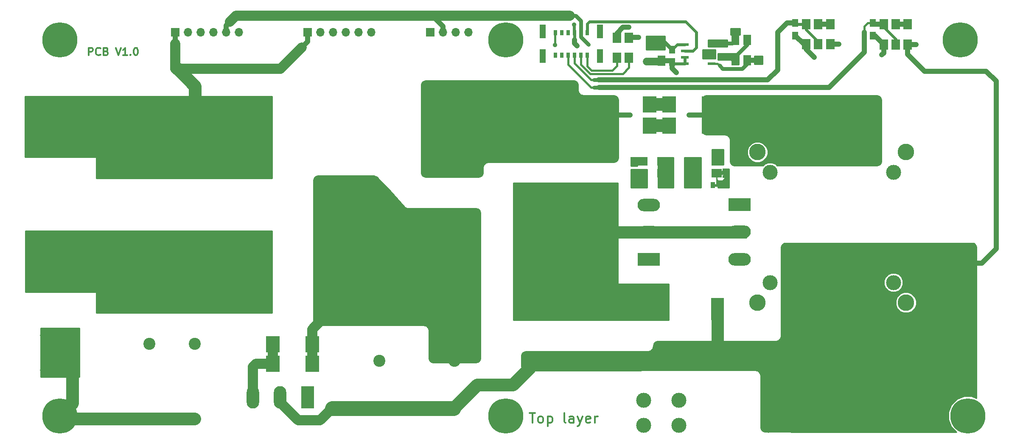
<source format=gtl>
G04 #@! TF.FileFunction,Copper,L1,Top,Mixed*
%FSLAX46Y46*%
G04 Gerber Fmt 4.6, Leading zero omitted, Abs format (unit mm)*
G04 Created by KiCad (PCBNEW 4.0.7) date 06/29/18 00:02:58*
%MOMM*%
%LPD*%
G01*
G04 APERTURE LIST*
%ADD10C,0.100000*%
%ADD11C,0.300000*%
%ADD12R,2.700000X3.200000*%
%ADD13R,2.000000X1.700000*%
%ADD14R,4.500000X2.500000*%
%ADD15O,4.500000X2.500000*%
%ADD16C,6.000000*%
%ADD17C,2.450000*%
%ADD18C,3.300000*%
%ADD19C,3.000000*%
%ADD20R,1.700000X2.000000*%
%ADD21R,1.600000X2.000000*%
%ADD22R,1.250000X1.500000*%
%ADD23C,7.000000*%
%ADD24R,1.550000X0.600000*%
%ADD25R,2.500000X4.500000*%
%ADD26O,2.500000X4.500000*%
%ADD27C,10.000000*%
%ADD28R,0.900000X1.200000*%
%ADD29R,0.800000X1.100000*%
%ADD30R,1.200000X2.700000*%
%ADD31C,2.400000*%
%ADD32R,1.700000X1.700000*%
%ADD33O,1.700000X1.700000*%
%ADD34R,1.300000X1.500000*%
%ADD35C,0.600000*%
%ADD36C,0.900000*%
%ADD37C,6.000000*%
%ADD38C,0.250000*%
%ADD39C,1.000000*%
%ADD40C,1.500000*%
%ADD41C,0.600000*%
%ADD42C,0.800000*%
%ADD43C,3.000000*%
%ADD44C,2.500000*%
%ADD45C,2.530000*%
%ADD46C,2.000000*%
%ADD47C,0.400000*%
%ADD48C,0.254000*%
G04 APERTURE END LIST*
D10*
D11*
X203690475Y-152004762D02*
X204833332Y-152004762D01*
X204261904Y-154004762D02*
X204261904Y-152004762D01*
X205785714Y-154004762D02*
X205595238Y-153909524D01*
X205499999Y-153814286D01*
X205404761Y-153623810D01*
X205404761Y-153052381D01*
X205499999Y-152861905D01*
X205595238Y-152766667D01*
X205785714Y-152671429D01*
X206071428Y-152671429D01*
X206261904Y-152766667D01*
X206357142Y-152861905D01*
X206452380Y-153052381D01*
X206452380Y-153623810D01*
X206357142Y-153814286D01*
X206261904Y-153909524D01*
X206071428Y-154004762D01*
X205785714Y-154004762D01*
X207309523Y-152671429D02*
X207309523Y-154671429D01*
X207309523Y-152766667D02*
X207500000Y-152671429D01*
X207880952Y-152671429D01*
X208071428Y-152766667D01*
X208166666Y-152861905D01*
X208261904Y-153052381D01*
X208261904Y-153623810D01*
X208166666Y-153814286D01*
X208071428Y-153909524D01*
X207880952Y-154004762D01*
X207500000Y-154004762D01*
X207309523Y-153909524D01*
X210928572Y-154004762D02*
X210738096Y-153909524D01*
X210642857Y-153719048D01*
X210642857Y-152004762D01*
X212547619Y-154004762D02*
X212547619Y-152957143D01*
X212452381Y-152766667D01*
X212261905Y-152671429D01*
X211880953Y-152671429D01*
X211690476Y-152766667D01*
X212547619Y-153909524D02*
X212357143Y-154004762D01*
X211880953Y-154004762D01*
X211690476Y-153909524D01*
X211595238Y-153719048D01*
X211595238Y-153528571D01*
X211690476Y-153338095D01*
X211880953Y-153242857D01*
X212357143Y-153242857D01*
X212547619Y-153147619D01*
X213309524Y-152671429D02*
X213785715Y-154004762D01*
X214261905Y-152671429D02*
X213785715Y-154004762D01*
X213595239Y-154480952D01*
X213500000Y-154576190D01*
X213309524Y-154671429D01*
X215785715Y-153909524D02*
X215595239Y-154004762D01*
X215214287Y-154004762D01*
X215023810Y-153909524D01*
X214928572Y-153719048D01*
X214928572Y-152957143D01*
X215023810Y-152766667D01*
X215214287Y-152671429D01*
X215595239Y-152671429D01*
X215785715Y-152766667D01*
X215880953Y-152957143D01*
X215880953Y-153147619D01*
X214928572Y-153338095D01*
X216738096Y-154004762D02*
X216738096Y-152671429D01*
X216738096Y-153052381D02*
X216833335Y-152861905D01*
X216928573Y-152766667D01*
X217119049Y-152671429D01*
X217309525Y-152671429D01*
X115707144Y-80678571D02*
X115707144Y-79178571D01*
X116278572Y-79178571D01*
X116421430Y-79250000D01*
X116492858Y-79321429D01*
X116564287Y-79464286D01*
X116564287Y-79678571D01*
X116492858Y-79821429D01*
X116421430Y-79892857D01*
X116278572Y-79964286D01*
X115707144Y-79964286D01*
X118064287Y-80535714D02*
X117992858Y-80607143D01*
X117778572Y-80678571D01*
X117635715Y-80678571D01*
X117421430Y-80607143D01*
X117278572Y-80464286D01*
X117207144Y-80321429D01*
X117135715Y-80035714D01*
X117135715Y-79821429D01*
X117207144Y-79535714D01*
X117278572Y-79392857D01*
X117421430Y-79250000D01*
X117635715Y-79178571D01*
X117778572Y-79178571D01*
X117992858Y-79250000D01*
X118064287Y-79321429D01*
X119207144Y-79892857D02*
X119421430Y-79964286D01*
X119492858Y-80035714D01*
X119564287Y-80178571D01*
X119564287Y-80392857D01*
X119492858Y-80535714D01*
X119421430Y-80607143D01*
X119278572Y-80678571D01*
X118707144Y-80678571D01*
X118707144Y-79178571D01*
X119207144Y-79178571D01*
X119350001Y-79250000D01*
X119421430Y-79321429D01*
X119492858Y-79464286D01*
X119492858Y-79607143D01*
X119421430Y-79750000D01*
X119350001Y-79821429D01*
X119207144Y-79892857D01*
X118707144Y-79892857D01*
X121135715Y-79178571D02*
X121635715Y-80678571D01*
X122135715Y-79178571D01*
X123421429Y-80678571D02*
X122564286Y-80678571D01*
X122992858Y-80678571D02*
X122992858Y-79178571D01*
X122850001Y-79392857D01*
X122707143Y-79535714D01*
X122564286Y-79607143D01*
X124064286Y-80535714D02*
X124135714Y-80607143D01*
X124064286Y-80678571D01*
X123992857Y-80607143D01*
X124064286Y-80535714D01*
X124064286Y-80678571D01*
X125064286Y-79178571D02*
X125207143Y-79178571D01*
X125350000Y-79250000D01*
X125421429Y-79321429D01*
X125492858Y-79464286D01*
X125564286Y-79750000D01*
X125564286Y-80107143D01*
X125492858Y-80392857D01*
X125421429Y-80535714D01*
X125350000Y-80607143D01*
X125207143Y-80678571D01*
X125064286Y-80678571D01*
X124921429Y-80607143D01*
X124850000Y-80535714D01*
X124778572Y-80392857D01*
X124707143Y-80107143D01*
X124707143Y-79750000D01*
X124778572Y-79464286D01*
X124850000Y-79321429D01*
X124921429Y-79250000D01*
X125064286Y-79178571D01*
D12*
X152442141Y-138300000D03*
X160342141Y-138300000D03*
D13*
X241000000Y-104200000D03*
X237000000Y-104200000D03*
X237000002Y-101800000D03*
X241000002Y-101800000D03*
D14*
X245600000Y-110450000D03*
D15*
X245600000Y-115900000D03*
X245600000Y-121350000D03*
D13*
X226200000Y-104200000D03*
X230200000Y-104200000D03*
D16*
X203600000Y-123000000D03*
X203600000Y-116000000D03*
X203600000Y-109000000D03*
X163600000Y-109000000D03*
X163600000Y-116000000D03*
X163600000Y-123000000D03*
D17*
X256380000Y-101500000D03*
X260190000Y-101500000D03*
X264000000Y-101500000D03*
X267810000Y-101500000D03*
X271620000Y-101500000D03*
X271620000Y-98500000D03*
X267810000Y-98500000D03*
X264000000Y-98500000D03*
X260190000Y-98500000D03*
X256380000Y-98500000D03*
D18*
X249180000Y-100000000D03*
X278820000Y-100000000D03*
D19*
X251680000Y-104000000D03*
X276320000Y-104000000D03*
D20*
X276767012Y-74507025D03*
X276767012Y-78507025D03*
X274367011Y-74507026D03*
X274367011Y-78507026D03*
D21*
X247170000Y-81630000D03*
X247170000Y-77630000D03*
D20*
X279167012Y-78507026D03*
X279167012Y-74507026D03*
X263707900Y-78490434D03*
X263707900Y-74490434D03*
X258907901Y-74490432D03*
X258907901Y-78490432D03*
D22*
X256707901Y-74240433D03*
X256707901Y-76740433D03*
X272167011Y-74257026D03*
X272167011Y-76757026D03*
D20*
X261307902Y-74490434D03*
X261307902Y-78490434D03*
D23*
X199000000Y-77600000D03*
X110000000Y-77600000D03*
X289600000Y-77600000D03*
X199000000Y-152600000D03*
X291172000Y-152600000D03*
X110000000Y-152600000D03*
D14*
X227500000Y-121400000D03*
D15*
X227500000Y-115950000D03*
X227500000Y-110500000D03*
D12*
X227705354Y-90476204D03*
X219805354Y-90476204D03*
X227705354Y-94726204D03*
X219805354Y-94726204D03*
X239455355Y-90476204D03*
X231555355Y-90476204D03*
X239455355Y-94726204D03*
X231555355Y-94726204D03*
D13*
X230200000Y-101799999D03*
X226200000Y-101799999D03*
D22*
X232166000Y-82024000D03*
X232166000Y-79524000D03*
D21*
X230000000Y-81750000D03*
X230000000Y-77750000D03*
D24*
X234666000Y-78504000D03*
X234666000Y-79774000D03*
X234666000Y-81044000D03*
X234666000Y-82314000D03*
X240066000Y-82314000D03*
X240066000Y-81044000D03*
X240066000Y-79774000D03*
X240066000Y-78504000D03*
D12*
X152442140Y-142200000D03*
X160342140Y-142200000D03*
D25*
X159400000Y-148900000D03*
D26*
X153950000Y-148900000D03*
X148500000Y-148900000D03*
D27*
X188600000Y-99000000D03*
X188600000Y-126200000D03*
X147400000Y-126200000D03*
X147400000Y-99000000D03*
D19*
X110000000Y-118300000D03*
X110000000Y-125300000D03*
X115000000Y-118300000D03*
X105000000Y-118300000D03*
X115000000Y-125300000D03*
X105000000Y-125300000D03*
X110000000Y-91500000D03*
X110000000Y-98500000D03*
X115000000Y-91500000D03*
X105000000Y-91500000D03*
X115000000Y-98500000D03*
X105000000Y-98500000D03*
D17*
X271620000Y-128500000D03*
X267810000Y-128500000D03*
X264000000Y-128500000D03*
X260190000Y-128500000D03*
X256380000Y-128500000D03*
X256380000Y-131500000D03*
X260190000Y-131500000D03*
X264000000Y-131500000D03*
X267810000Y-131500000D03*
X271620000Y-131500000D03*
D18*
X278820000Y-130000000D03*
X249180000Y-130000000D03*
D19*
X276320000Y-126000000D03*
X251680000Y-126000000D03*
X251400000Y-149500000D03*
X251400000Y-154500000D03*
X258400000Y-149500000D03*
X258400000Y-154500000D03*
X226500000Y-149500000D03*
X226500000Y-154500000D03*
X233500000Y-149500000D03*
X233500000Y-154500000D03*
D28*
X236950000Y-106600000D03*
X240250000Y-106600000D03*
X230150000Y-106600000D03*
X226850000Y-106600000D03*
D20*
X223552595Y-81203582D03*
X223552595Y-77203582D03*
X221152594Y-81203582D03*
X221152594Y-77203582D03*
D29*
X215228100Y-76150000D03*
X213958100Y-76150000D03*
X212688100Y-76150000D03*
X211418100Y-76150000D03*
X210148100Y-76150000D03*
X208878100Y-76150000D03*
X208878100Y-80650000D03*
X210148100Y-80650000D03*
X211418100Y-80650000D03*
X212688100Y-80650000D03*
X213958100Y-80650000D03*
X215228100Y-80650000D03*
D30*
X206368100Y-80850000D03*
X206368100Y-75950000D03*
X217731900Y-75950000D03*
X217731900Y-80850000D03*
D31*
X188700000Y-141600000D03*
X173700000Y-141600000D03*
D32*
X159420000Y-76100000D03*
D33*
X161960000Y-76100000D03*
X164500000Y-76100000D03*
X167040000Y-76100000D03*
X169580000Y-76100000D03*
X172120000Y-76100000D03*
D32*
X183860000Y-76100000D03*
D33*
X186400000Y-76100000D03*
X188940000Y-76100000D03*
X191480000Y-76100000D03*
D32*
X133000000Y-76100000D03*
D33*
X135540000Y-76100000D03*
X138080000Y-76100000D03*
X140620000Y-76100000D03*
X143160000Y-76100000D03*
X145700000Y-76100000D03*
D21*
X244790000Y-77630000D03*
X244790000Y-81630000D03*
D34*
X242640000Y-78270000D03*
X242640000Y-80970000D03*
D19*
X112500000Y-136500000D03*
X107500000Y-136500000D03*
X112500000Y-143500000D03*
X107500000Y-143500000D03*
D31*
X127800000Y-153200000D03*
X127800000Y-138200000D03*
X136900000Y-138200000D03*
X136900000Y-153200000D03*
D25*
X241200000Y-131300000D03*
D26*
X230300000Y-131300000D03*
D35*
X242500000Y-104200000D03*
X242500000Y-103500000D03*
X243200000Y-104200000D03*
X243200000Y-103500000D03*
X243200000Y-104900000D03*
X242500000Y-104900000D03*
X224100000Y-105100000D03*
X224800000Y-105100000D03*
X224100000Y-103700000D03*
X224100000Y-104400000D03*
X224800000Y-104400000D03*
X224800000Y-103700000D03*
X241600000Y-81300000D03*
X241600000Y-80680000D03*
D36*
X233000000Y-84100000D03*
X227100000Y-81900000D03*
X213200000Y-78800000D03*
X212600000Y-74600000D03*
D35*
X260500000Y-81100000D03*
X235500000Y-92600000D03*
X274000000Y-80600000D03*
X223500000Y-75100000D03*
X223800000Y-92600000D03*
X225500000Y-77100000D03*
X280850000Y-78500000D03*
X265390434Y-78490434D03*
X249948879Y-81905730D03*
X250000000Y-81000000D03*
X249310000Y-82300000D03*
X249300000Y-81000000D03*
X228000000Y-78350000D03*
X228000000Y-79100000D03*
X227300000Y-79100000D03*
X227300000Y-78350000D03*
X215500000Y-78550000D03*
X214900000Y-77950000D03*
D36*
X208800000Y-78600000D03*
D35*
X234800000Y-103400000D03*
X234800000Y-104100000D03*
X234800000Y-104800000D03*
X235500000Y-104800000D03*
X235500000Y-104100000D03*
X235500000Y-103400000D03*
X232200000Y-104100000D03*
X231600000Y-104100000D03*
X231600000Y-103500000D03*
X232200000Y-103500000D03*
X241900000Y-99600000D03*
X241200000Y-99600000D03*
X240500000Y-99600000D03*
X240500000Y-100300000D03*
X241200000Y-100300000D03*
X241900000Y-100300000D03*
X224100000Y-101200000D03*
X224100000Y-101900000D03*
X224100000Y-102600000D03*
X224800000Y-102600000D03*
X224800000Y-101900000D03*
X224800000Y-101200000D03*
X238400000Y-81200000D03*
X238400000Y-80500000D03*
X238400000Y-79800000D03*
X245500000Y-75600000D03*
X244000000Y-75600000D03*
X244800000Y-75600000D03*
D37*
X250880000Y-92600000D02*
X244450000Y-92600000D01*
X250880000Y-92600000D02*
X251000000Y-92600000D01*
D38*
X242500000Y-103500000D02*
X242500000Y-104200000D01*
X242500000Y-103500000D02*
X243200000Y-103500000D01*
X241800000Y-104200000D02*
X242500000Y-103500000D01*
X243200000Y-103500000D02*
X243200000Y-104200000D01*
X243200000Y-104200000D02*
X243200000Y-104900000D01*
X243200000Y-104900000D02*
X242500000Y-104900000D01*
X242500000Y-104900000D02*
X242500000Y-104200000D01*
X241000000Y-106550000D02*
X240950000Y-106600000D01*
X240950000Y-106600000D02*
X240250000Y-106600000D01*
X241000000Y-104200000D02*
X241000000Y-106550000D01*
X241000000Y-104200000D02*
X241800000Y-104200000D01*
X224100000Y-103700000D02*
X224800000Y-103700000D01*
X224100000Y-104400000D02*
X224100000Y-103700000D01*
X224100000Y-105100000D02*
X224100000Y-104400000D01*
X224800000Y-105100000D02*
X224100000Y-105100000D01*
X224800000Y-105100000D02*
X224800000Y-104400000D01*
X224800000Y-103700000D02*
X224800000Y-104400000D01*
X226200000Y-104200000D02*
X225300000Y-104200000D01*
X225300000Y-104200000D02*
X224800000Y-103700000D01*
X226200000Y-104200000D02*
X226200000Y-105950000D01*
X226200000Y-105950000D02*
X226850000Y-106600000D01*
X241600000Y-80680000D02*
X241600000Y-81300000D01*
X242640000Y-80970000D02*
X241870000Y-80970000D01*
X241870000Y-80970000D02*
X241600000Y-80700000D01*
D39*
X230000000Y-81750000D02*
X231892000Y-81750000D01*
X231892000Y-81750000D02*
X232166000Y-82024000D01*
D40*
X227100000Y-81900000D02*
X229850000Y-81900000D01*
X229850000Y-81900000D02*
X230000000Y-81750000D01*
D39*
X212688100Y-77600000D02*
X212688100Y-78288100D01*
X212688100Y-78288100D02*
X213200000Y-78800000D01*
D41*
X212688100Y-76150000D02*
X212688100Y-77600000D01*
X212688100Y-78100000D02*
X212688100Y-78288100D01*
D39*
X212688100Y-77600000D02*
X212688100Y-78100000D01*
X232166000Y-82024000D02*
X232166000Y-83266000D01*
X232166000Y-83266000D02*
X233000000Y-84100000D01*
D41*
X212600000Y-74600000D02*
X212600000Y-76061900D01*
X212600000Y-76061900D02*
X212688100Y-76150000D01*
X234666000Y-81044000D02*
X234666000Y-82314000D01*
X234666000Y-82314000D02*
X232456000Y-82314000D01*
X232456000Y-82314000D02*
X232166000Y-82024000D01*
D39*
X258907901Y-79507901D02*
X260500000Y-81100000D01*
X258907901Y-78490432D02*
X258907901Y-79507901D01*
D42*
X242640000Y-80970000D02*
X244130000Y-80970000D01*
X244130000Y-80970000D02*
X244790000Y-81630000D01*
X247170000Y-77630000D02*
X247170000Y-78569998D01*
X247170000Y-78569998D02*
X244790000Y-80949998D01*
X244790000Y-80949998D02*
X244790000Y-81630000D01*
D39*
X239455355Y-92600000D02*
X235500000Y-92600000D01*
X223500000Y-75100000D02*
X222366175Y-75100000D01*
X222366175Y-75100000D02*
X221152594Y-76313581D01*
X221152594Y-76313581D02*
X221152594Y-77203582D01*
X272167011Y-76757026D02*
X272617011Y-76757026D01*
X272617011Y-76757026D02*
X274367011Y-78507026D01*
X258907901Y-78490432D02*
X258457900Y-78490432D01*
X258457900Y-78490432D02*
X256707901Y-76740433D01*
X274367011Y-78507026D02*
X274367011Y-80232989D01*
X274367011Y-80232989D02*
X274000000Y-80600000D01*
D43*
X244450000Y-92600000D02*
X239455355Y-92600000D01*
D39*
X239455355Y-92600000D02*
X239455355Y-94726204D01*
X239455355Y-90476204D02*
X239455355Y-92600000D01*
D44*
X231555355Y-90476204D02*
X227705354Y-90476204D01*
X231555355Y-94726204D02*
X227705354Y-94726204D01*
D39*
X279167012Y-74507026D02*
X276767013Y-74507026D01*
X276767013Y-74507026D02*
X276767012Y-74507025D01*
D38*
X263707900Y-74490434D02*
X263707900Y-74340434D01*
D39*
X263707900Y-74490434D02*
X261307902Y-74490434D01*
D38*
X217502726Y-91178832D02*
X217484104Y-91178832D01*
X215800000Y-94400000D02*
X215800000Y-92800000D01*
X217484104Y-91178832D02*
X217484104Y-92715896D01*
X217484104Y-92715896D02*
X217400000Y-92800000D01*
D43*
X188600000Y-99000000D02*
X189000000Y-99400000D01*
X189000000Y-99400000D02*
X189400000Y-99000000D01*
D39*
X219805354Y-92600000D02*
X223800000Y-92600000D01*
D37*
X210296002Y-99000000D02*
X214396002Y-94900000D01*
X207800000Y-99000000D02*
X209900000Y-99000000D01*
X188600000Y-99000000D02*
X207800000Y-99000000D01*
D43*
X216696002Y-92600000D02*
X214396002Y-94900000D01*
X219805354Y-92600000D02*
X216696002Y-92600000D01*
X219805354Y-92600000D02*
X219805354Y-94726204D01*
X219805354Y-90476204D02*
X219805354Y-92600000D01*
D39*
X225500000Y-77100000D02*
X223656177Y-77100000D01*
X223656177Y-77100000D02*
X223552595Y-77203582D01*
D43*
X188600000Y-99000000D02*
X188600000Y-97200000D01*
X188600000Y-99000000D02*
X190400000Y-99000000D01*
D44*
X193300000Y-146400000D02*
X200421484Y-146400000D01*
X200421484Y-146400000D02*
X203800000Y-143021484D01*
X203800000Y-143021484D02*
X203800000Y-141300000D01*
D45*
X188600000Y-151100000D02*
X193300000Y-146400000D01*
D46*
X188561230Y-151100000D02*
X188600000Y-151100000D01*
D43*
X164300002Y-151100000D02*
X188561230Y-151100000D01*
X188561230Y-151100000D02*
X188567241Y-151106011D01*
D39*
X252500000Y-149500000D02*
X252500000Y-154500000D01*
X241200000Y-131300000D02*
X241200000Y-138200000D01*
X241200000Y-138200000D02*
X243300000Y-140300000D01*
X243300000Y-140300000D02*
X253800000Y-140300000D01*
X253800000Y-140300000D02*
X256380000Y-137720000D01*
X256380000Y-137720000D02*
X256380000Y-131500000D01*
X279167012Y-78507026D02*
X280842974Y-78507026D01*
X280842974Y-78507026D02*
X280850000Y-78500000D01*
D46*
X153950000Y-149900000D02*
X157550000Y-153500000D01*
X157550000Y-153500000D02*
X161900002Y-153500000D01*
X161900002Y-153500000D02*
X164300002Y-151100000D01*
X153950000Y-148900000D02*
X153950000Y-149900000D01*
D39*
X279167012Y-80507026D02*
X279167012Y-78507026D01*
X263707900Y-78490434D02*
X265390434Y-78490434D01*
X279167012Y-80507026D02*
X282509986Y-83850000D01*
X282509986Y-83850000D02*
X294800000Y-83850000D01*
X294800000Y-83850000D02*
X296800000Y-85850000D01*
X294000000Y-122100000D02*
X290500000Y-122100000D01*
X296800000Y-85850000D02*
X296800000Y-119300000D01*
X296800000Y-119300000D02*
X294000000Y-122100000D01*
X290500000Y-122100000D02*
X290500000Y-129100000D01*
X285500000Y-129100000D02*
X290500000Y-129100000D01*
X271740000Y-124100000D02*
X271740000Y-121859998D01*
X271740000Y-121859998D02*
X274999999Y-118599999D01*
X274999999Y-118599999D02*
X283999999Y-118599999D01*
X283999999Y-118599999D02*
X283999999Y-120599999D01*
X283999999Y-120599999D02*
X285500000Y-122100000D01*
X285500000Y-122100000D02*
X290500000Y-122100000D01*
D41*
X263707900Y-78340434D02*
X263707900Y-78490434D01*
X279167012Y-78507026D02*
X279167012Y-78357026D01*
D39*
X256500000Y-127100000D02*
X254767589Y-127100000D01*
X260310000Y-127100000D02*
X256500000Y-127100000D01*
X264120000Y-127100000D02*
X260310000Y-127100000D01*
X267930000Y-127100000D02*
X264120000Y-127100000D01*
X271740000Y-127100000D02*
X267930000Y-127100000D01*
X271740000Y-124100000D02*
X271740000Y-127100000D01*
X267930000Y-124100000D02*
X271740000Y-124100000D01*
X264120000Y-124100000D02*
X267930000Y-124100000D01*
X260310000Y-124100000D02*
X264120000Y-124100000D01*
X256500000Y-124100000D02*
X260310000Y-124100000D01*
X227500000Y-115950000D02*
X245500000Y-115950000D01*
X245500000Y-115950000D02*
X245600000Y-116050000D01*
X218400000Y-131300000D02*
X210100000Y-123000000D01*
X210100000Y-123000000D02*
X203600000Y-123000000D01*
X203600000Y-116000000D02*
X227450000Y-116000000D01*
X227450000Y-116000000D02*
X227500000Y-115950000D01*
X227550000Y-116000000D02*
X227500000Y-115950000D01*
D46*
X203600000Y-109000000D02*
X207842640Y-109000000D01*
X203600000Y-123000000D02*
X203600000Y-116000000D01*
X203600000Y-109000000D02*
X203600000Y-116000000D01*
X152442140Y-142200000D02*
X149092140Y-142200000D01*
X149092140Y-142200000D02*
X148500000Y-142792140D01*
X148500000Y-142792140D02*
X148500000Y-144650000D01*
X148500000Y-144650000D02*
X148500000Y-148900000D01*
X152442141Y-138300000D02*
X152442141Y-142199999D01*
X152442141Y-142199999D02*
X152442140Y-142200000D01*
X152442140Y-138296942D02*
X152468015Y-138271067D01*
X148500000Y-147100395D02*
X148500000Y-148900000D01*
D38*
X249300000Y-81000000D02*
X249300000Y-82290000D01*
X249300000Y-82290000D02*
X249310000Y-82300000D01*
X249300000Y-81000000D02*
X250000000Y-81000000D01*
X250000000Y-81000000D02*
X250000000Y-81854609D01*
X250000000Y-81854609D02*
X249948879Y-81905730D01*
X249310000Y-82300000D02*
X249554609Y-82300000D01*
X249554609Y-82300000D02*
X249948879Y-81905730D01*
D39*
X249310000Y-81630000D02*
X247170000Y-81630000D01*
D42*
X241610000Y-82683000D02*
X242257000Y-83330000D01*
X242257000Y-83330000D02*
X246150001Y-83330001D01*
X246150001Y-83330001D02*
X247170000Y-82310002D01*
X247170000Y-82310002D02*
X247170000Y-81630000D01*
D47*
X240066000Y-82314000D02*
X241241000Y-82314000D01*
X241241000Y-82314000D02*
X241610000Y-82683000D01*
D38*
X227300000Y-78350000D02*
X227300000Y-79100000D01*
X228000000Y-78350000D02*
X227300000Y-78350000D01*
X228000000Y-79100000D02*
X228000000Y-78350000D01*
X227300000Y-79100000D02*
X228000000Y-79100000D01*
D42*
X214900000Y-77950000D02*
X215500000Y-78550000D01*
X230000000Y-77750000D02*
X228100000Y-77750000D01*
X228100000Y-77750000D02*
X227300000Y-78550000D01*
X213958100Y-76150000D02*
X213958100Y-77008100D01*
X213958100Y-77008100D02*
X214900000Y-77950000D01*
X230000000Y-77750000D02*
X230450000Y-77750000D01*
X230000000Y-77750000D02*
X230392000Y-77750000D01*
X230392000Y-77750000D02*
X232166000Y-79524000D01*
D39*
X186400000Y-76100000D02*
X186400000Y-74897919D01*
X186400000Y-74897919D02*
X184708222Y-73206141D01*
X184708222Y-73206141D02*
X184708222Y-72758221D01*
D42*
X213958100Y-76150000D02*
X213958100Y-73758100D01*
X213958100Y-73758100D02*
X212958221Y-72758221D01*
X212958221Y-72758221D02*
X211758221Y-72758221D01*
D46*
X184708222Y-72758221D02*
X211758221Y-72758221D01*
D39*
X143900000Y-74000000D02*
X143160000Y-74740000D01*
D46*
X145141779Y-72758221D02*
X143900000Y-74000000D01*
X184708222Y-72758221D02*
X145141779Y-72758221D01*
D39*
X143160000Y-76100000D02*
X143160000Y-74740000D01*
D41*
X232166000Y-79524000D02*
X233186000Y-78504000D01*
X233186000Y-78504000D02*
X234666000Y-78504000D01*
D46*
X160342141Y-138300000D02*
X160342141Y-142199999D01*
X160342141Y-142199999D02*
X160342140Y-142200000D01*
X160342141Y-135307859D02*
X160342141Y-138300000D01*
X160255317Y-142554083D02*
X160255317Y-142027295D01*
X160342141Y-135307859D02*
X163600000Y-132050000D01*
X160255317Y-142027295D02*
X160369836Y-141912776D01*
X160369836Y-141912776D02*
X160342140Y-141885080D01*
X163600000Y-132050000D02*
X163600000Y-123000000D01*
D47*
X208800000Y-78600000D02*
X208800000Y-76228100D01*
X208800000Y-76228100D02*
X208878100Y-76150000D01*
D43*
X188600000Y-126200000D02*
X188600000Y-122800000D01*
X190000000Y-124800000D02*
X188600000Y-126200000D01*
D47*
X213958100Y-80650000D02*
X213958100Y-82548062D01*
X213958100Y-82548062D02*
X215810047Y-84400010D01*
X215810047Y-84400010D02*
X222299990Y-84400010D01*
X222299990Y-84400010D02*
X223552595Y-83147405D01*
X223552595Y-83147405D02*
X223552595Y-81203582D01*
D39*
X222500000Y-87100000D02*
X217600000Y-87100000D01*
X263500000Y-87100000D02*
X222500000Y-87100000D01*
X270500000Y-80100000D02*
X263500000Y-87100000D01*
X270500000Y-77100000D02*
X270500000Y-80100000D01*
D42*
X216600000Y-87100000D02*
X217600000Y-87100000D01*
D47*
X211418100Y-80650000D02*
X211418100Y-82518100D01*
X211418100Y-82518100D02*
X216000000Y-87100000D01*
X216000000Y-87100000D02*
X216600000Y-87100000D01*
D39*
X274367011Y-74507026D02*
X272417011Y-74507026D01*
X272417011Y-74507026D02*
X272167011Y-74257026D01*
D47*
X272167011Y-74257026D02*
X271142011Y-74257026D01*
D39*
X270500000Y-77100000D02*
X270500000Y-76100000D01*
D47*
X271142011Y-74257026D02*
X270500000Y-74899037D01*
X270500000Y-74899037D02*
X270500000Y-77100000D01*
X270500000Y-76100000D02*
X270500000Y-76049037D01*
X272167011Y-74382026D02*
X272167011Y-74257026D01*
D41*
X276767012Y-78507025D02*
X276767012Y-77437027D01*
X276767012Y-77437027D02*
X274367011Y-75037026D01*
X274367011Y-75037026D02*
X274367011Y-74507026D01*
D47*
X215228100Y-80650000D02*
X215228100Y-82828100D01*
X215228100Y-82828100D02*
X216100000Y-83700000D01*
X221152594Y-82747406D02*
X221152594Y-81203582D01*
X216100000Y-83700000D02*
X220200000Y-83700000D01*
X220200000Y-83700000D02*
X221152594Y-82747406D01*
D42*
X216600000Y-85600000D02*
X217500000Y-85600000D01*
D39*
X222500000Y-85600000D02*
X217500000Y-85600000D01*
D47*
X216000000Y-85600000D02*
X216600000Y-85600000D01*
X212688100Y-80650000D02*
X212688100Y-82288100D01*
X212688100Y-82288100D02*
X216000000Y-85600000D01*
D39*
X222500000Y-85600000D02*
X251200000Y-85600000D01*
X251200000Y-85600000D02*
X253200000Y-83600000D01*
X253200000Y-81600000D02*
X253200000Y-82400000D01*
X253200000Y-81600000D02*
X253200000Y-83600000D01*
X256707901Y-74240433D02*
X255082901Y-74240433D01*
X255082901Y-74240433D02*
X253200000Y-76123334D01*
X253200000Y-76123334D02*
X253200000Y-81600000D01*
D47*
X253200000Y-81800000D02*
X253200000Y-83600000D01*
D38*
X256707901Y-74240433D02*
X255832901Y-74240433D01*
D41*
X258907901Y-74490432D02*
X256957900Y-74490432D01*
X256957900Y-74490432D02*
X256707901Y-74240433D01*
X258907901Y-74490432D02*
X258907901Y-75560430D01*
X258907901Y-75560430D02*
X261307902Y-77960431D01*
X261307902Y-77960431D02*
X261307902Y-78490434D01*
X237000000Y-79100000D02*
X236326000Y-79774000D01*
X236326000Y-79774000D02*
X234666000Y-79774000D01*
X237000000Y-76100000D02*
X237000000Y-79100000D01*
X234899991Y-73999991D02*
X237000000Y-76100000D01*
X215228100Y-74371900D02*
X215600009Y-73999991D01*
X215600009Y-73999991D02*
X234899991Y-73999991D01*
X215228100Y-76150000D02*
X215228100Y-74371900D01*
D38*
X235500000Y-103400000D02*
X235500000Y-104100000D01*
X235500000Y-104800000D02*
X235500000Y-104100000D01*
X234800000Y-104800000D02*
X235500000Y-104800000D01*
X234800000Y-104800000D02*
X234800000Y-104100000D01*
X234800000Y-103400000D02*
X234800000Y-104100000D01*
X235500000Y-103400000D02*
X234800000Y-103400000D01*
X237000000Y-104200000D02*
X236300000Y-104200000D01*
X236300000Y-104200000D02*
X235500000Y-103400000D01*
X237000000Y-104200000D02*
X237000000Y-106550000D01*
X237000000Y-106550000D02*
X236950000Y-106600000D01*
X237000002Y-101800000D02*
X237000002Y-104199998D01*
X237000002Y-104199998D02*
X237000000Y-104200000D01*
X232200000Y-104100000D02*
X231600000Y-104100000D01*
X230900000Y-104200000D02*
X231600000Y-103500000D01*
X231600000Y-103500000D02*
X232200000Y-103500000D01*
X232200000Y-103500000D02*
X232200000Y-104100000D01*
X230200000Y-104200000D02*
X230900000Y-104200000D01*
X230200000Y-104200000D02*
X230200000Y-106550000D01*
X230200000Y-106550000D02*
X230150000Y-106600000D01*
X230200000Y-101799999D02*
X230200000Y-104200000D01*
X240500000Y-100300000D02*
X241200000Y-100300000D01*
X240500000Y-99600000D02*
X240500000Y-100300000D01*
X241200000Y-99600000D02*
X240500000Y-99600000D01*
X241900000Y-99600000D02*
X241200000Y-99600000D01*
X241900000Y-100300000D02*
X241900000Y-99600000D01*
X241000002Y-101800000D02*
X241000002Y-101199998D01*
X241000002Y-101199998D02*
X241900000Y-100300000D01*
X224100000Y-101900000D02*
X224100000Y-101200000D01*
X224100000Y-102600000D02*
X224100000Y-101900000D01*
X224800000Y-102600000D02*
X224100000Y-102600000D01*
X224800000Y-101900000D02*
X224800000Y-102600000D01*
X224800000Y-101200000D02*
X224800000Y-101900000D01*
X226200000Y-101799999D02*
X225399999Y-101799999D01*
X225399999Y-101799999D02*
X224800000Y-101200000D01*
X238400000Y-81200000D02*
X238400000Y-80500000D01*
X238400000Y-79800000D02*
X238400000Y-80500000D01*
X240066000Y-79774000D02*
X238426000Y-79774000D01*
X238426000Y-79774000D02*
X238400000Y-79800000D01*
X244800000Y-75600000D02*
X245500000Y-75600000D01*
X244000000Y-75600000D02*
X244800000Y-75600000D01*
D47*
X242406000Y-78504000D02*
X242640000Y-78270000D01*
D42*
X244790000Y-75610000D02*
X244800000Y-75600000D01*
X244790000Y-77630000D02*
X244790000Y-75610000D01*
X242640000Y-78270000D02*
X244150000Y-78270000D01*
X244150000Y-78270000D02*
X244790000Y-77630000D01*
D47*
X240066000Y-78504000D02*
X242406000Y-78504000D01*
D44*
X137000000Y-94700000D02*
X137699999Y-94000001D01*
X137699999Y-94000001D02*
X142400001Y-94000001D01*
X142400001Y-94000001D02*
X147400000Y-99000000D01*
D46*
X110000000Y-98500000D02*
X115000000Y-98500000D01*
X105000000Y-98500000D02*
X110000000Y-98500000D01*
X105000000Y-91500000D02*
X105000000Y-98500000D01*
X110000000Y-91500000D02*
X105000000Y-91500000D01*
X115000000Y-91500000D02*
X110000000Y-91500000D01*
X115000000Y-98500000D02*
X146900000Y-98500000D01*
X146900000Y-98500000D02*
X147400000Y-99000000D01*
X133000000Y-78400000D02*
X133000000Y-82000000D01*
X133000000Y-82000000D02*
X133000000Y-83400000D01*
D44*
X137000000Y-86900000D02*
X137000000Y-94700000D01*
X133500000Y-83400000D02*
X137000000Y-86900000D01*
D46*
X133000000Y-83400000D02*
X133250000Y-83650000D01*
D39*
X133000000Y-76100000D02*
X133000000Y-78400000D01*
D46*
X153970000Y-83400000D02*
X133500000Y-83400000D01*
X133500000Y-83400000D02*
X133250000Y-83650000D01*
D39*
X159420000Y-77950000D02*
X158200000Y-79170000D01*
D46*
X158200000Y-79170000D02*
X153970000Y-83400000D01*
D39*
X159420000Y-76100000D02*
X159420000Y-77950000D01*
D44*
X127800000Y-153200000D02*
X110600000Y-153200000D01*
X110600000Y-153200000D02*
X110000000Y-152600000D01*
X136900000Y-153200000D02*
X127800000Y-153200000D01*
X112500000Y-143500000D02*
X112500000Y-150100000D01*
X112500000Y-150100000D02*
X110000000Y-152600000D01*
X107500000Y-143500000D02*
X112500000Y-143500000D01*
X107500000Y-136500000D02*
X107500000Y-143500000D01*
X112500000Y-136500000D02*
X107500000Y-136500000D01*
D48*
G36*
X172841543Y-104758221D02*
X173053006Y-104846471D01*
X173240854Y-104991938D01*
X175882989Y-107662306D01*
X175928303Y-107711501D01*
X178604252Y-110833442D01*
X178617082Y-110846398D01*
X178832689Y-111034919D01*
X178863217Y-111054693D01*
X179123417Y-111174368D01*
X179158298Y-111184678D01*
X179441748Y-111225691D01*
X179459935Y-111227000D01*
X192987491Y-111227000D01*
X193333130Y-111295752D01*
X193615545Y-111484455D01*
X193804248Y-111766870D01*
X193873000Y-112112509D01*
X193873000Y-141087491D01*
X193804248Y-141433130D01*
X193615545Y-141715545D01*
X193333130Y-141904248D01*
X192987491Y-141973000D01*
X184512509Y-141973000D01*
X184166870Y-141904248D01*
X183884455Y-141715545D01*
X183695752Y-141433130D01*
X183627000Y-141087491D01*
X183627000Y-135600000D01*
X183624560Y-135575224D01*
X183548440Y-135192541D01*
X183529477Y-135146760D01*
X183312704Y-134822336D01*
X183277664Y-134787296D01*
X182953240Y-134570523D01*
X182907459Y-134551560D01*
X182524776Y-134475440D01*
X182500000Y-134473000D01*
X161512509Y-134473000D01*
X161166870Y-134404248D01*
X160884455Y-134215545D01*
X160695752Y-133933130D01*
X160627000Y-133587491D01*
X160627000Y-105612509D01*
X160695752Y-105266870D01*
X160884455Y-104984455D01*
X161166870Y-104795752D01*
X161512509Y-104727000D01*
X172606006Y-104727000D01*
X172841543Y-104758221D01*
X172841543Y-104758221D01*
G37*
X172841543Y-104758221D02*
X173053006Y-104846471D01*
X173240854Y-104991938D01*
X175882989Y-107662306D01*
X175928303Y-107711501D01*
X178604252Y-110833442D01*
X178617082Y-110846398D01*
X178832689Y-111034919D01*
X178863217Y-111054693D01*
X179123417Y-111174368D01*
X179158298Y-111184678D01*
X179441748Y-111225691D01*
X179459935Y-111227000D01*
X192987491Y-111227000D01*
X193333130Y-111295752D01*
X193615545Y-111484455D01*
X193804248Y-111766870D01*
X193873000Y-112112509D01*
X193873000Y-141087491D01*
X193804248Y-141433130D01*
X193615545Y-141715545D01*
X193333130Y-141904248D01*
X192987491Y-141973000D01*
X184512509Y-141973000D01*
X184166870Y-141904248D01*
X183884455Y-141715545D01*
X183695752Y-141433130D01*
X183627000Y-141087491D01*
X183627000Y-135600000D01*
X183624560Y-135575224D01*
X183548440Y-135192541D01*
X183529477Y-135146760D01*
X183312704Y-134822336D01*
X183277664Y-134787296D01*
X182953240Y-134570523D01*
X182907459Y-134551560D01*
X182524776Y-134475440D01*
X182500000Y-134473000D01*
X161512509Y-134473000D01*
X161166870Y-134404248D01*
X160884455Y-134215545D01*
X160695752Y-133933130D01*
X160627000Y-133587491D01*
X160627000Y-105612509D01*
X160695752Y-105266870D01*
X160884455Y-104984455D01*
X161166870Y-104795752D01*
X161512509Y-104727000D01*
X172606006Y-104727000D01*
X172841543Y-104758221D01*
G36*
X292333130Y-118195752D02*
X292615545Y-118384455D01*
X292804248Y-118666870D01*
X292873000Y-119012509D01*
X292873000Y-149054225D01*
X291956555Y-148673684D01*
X290394298Y-148672320D01*
X288950440Y-149268911D01*
X287844793Y-150372629D01*
X287245684Y-151815445D01*
X287244320Y-153377702D01*
X287840911Y-154821560D01*
X288890517Y-155873000D01*
X261004758Y-155873000D01*
X260996358Y-155872963D01*
X250704711Y-155781886D01*
X250361528Y-155710856D01*
X250081716Y-155521645D01*
X249894991Y-155240173D01*
X249827000Y-154896373D01*
X249827000Y-144602099D01*
X249825432Y-144582206D01*
X249776359Y-144272790D01*
X249764049Y-144234955D01*
X249621646Y-143955907D01*
X249598232Y-143923738D01*
X249376475Y-143702446D01*
X249344258Y-143679101D01*
X249064912Y-143537283D01*
X249027051Y-143525051D01*
X248717534Y-143476627D01*
X248697638Y-143475101D01*
X203011838Y-143570878D01*
X202732108Y-143527114D01*
X202488684Y-143403533D01*
X202295443Y-143210697D01*
X202171349Y-142967528D01*
X202127000Y-142687895D01*
X202127000Y-140612509D01*
X202195752Y-140266870D01*
X202384455Y-139984455D01*
X202666870Y-139795752D01*
X203012509Y-139727000D01*
X227300000Y-139727000D01*
X227324776Y-139724560D01*
X227707459Y-139648440D01*
X227753240Y-139629477D01*
X228077664Y-139412704D01*
X228112704Y-139377664D01*
X228329477Y-139053240D01*
X228348440Y-139007459D01*
X228495752Y-138266870D01*
X228684455Y-137984455D01*
X228966870Y-137795752D01*
X229312509Y-137727000D01*
X252800000Y-137727000D01*
X252824776Y-137724560D01*
X253207459Y-137648440D01*
X253253240Y-137629477D01*
X253577664Y-137412704D01*
X253612704Y-137377664D01*
X253829477Y-137053240D01*
X253848440Y-137007459D01*
X253924560Y-136624776D01*
X253927000Y-136600000D01*
X253927000Y-130411328D01*
X276742640Y-130411328D01*
X277058178Y-131174989D01*
X277641938Y-131759768D01*
X278405047Y-132076639D01*
X279231328Y-132077360D01*
X279994989Y-131761822D01*
X280579768Y-131178062D01*
X280896639Y-130414953D01*
X280897360Y-129588672D01*
X280581822Y-128825011D01*
X279998062Y-128240232D01*
X279234953Y-127923361D01*
X278408672Y-127922640D01*
X277645011Y-128238178D01*
X277060232Y-128821938D01*
X276743361Y-129585047D01*
X276742640Y-130411328D01*
X253927000Y-130411328D01*
X253927000Y-126381622D01*
X274392666Y-126381622D01*
X274685416Y-127090132D01*
X275227017Y-127632678D01*
X275935014Y-127926665D01*
X276701622Y-127927334D01*
X277410132Y-127634584D01*
X277952678Y-127092983D01*
X278246665Y-126384986D01*
X278247334Y-125618378D01*
X277954584Y-124909868D01*
X277412983Y-124367322D01*
X276704986Y-124073335D01*
X275938378Y-124072666D01*
X275229868Y-124365416D01*
X274687322Y-124907017D01*
X274393335Y-125615014D01*
X274392666Y-126381622D01*
X253927000Y-126381622D01*
X253927000Y-119012509D01*
X253995752Y-118666870D01*
X254184455Y-118384455D01*
X254466870Y-118195752D01*
X254812509Y-118127000D01*
X291987491Y-118127000D01*
X292333130Y-118195752D01*
X292333130Y-118195752D01*
G37*
X292333130Y-118195752D02*
X292615545Y-118384455D01*
X292804248Y-118666870D01*
X292873000Y-119012509D01*
X292873000Y-149054225D01*
X291956555Y-148673684D01*
X290394298Y-148672320D01*
X288950440Y-149268911D01*
X287844793Y-150372629D01*
X287245684Y-151815445D01*
X287244320Y-153377702D01*
X287840911Y-154821560D01*
X288890517Y-155873000D01*
X261004758Y-155873000D01*
X260996358Y-155872963D01*
X250704711Y-155781886D01*
X250361528Y-155710856D01*
X250081716Y-155521645D01*
X249894991Y-155240173D01*
X249827000Y-154896373D01*
X249827000Y-144602099D01*
X249825432Y-144582206D01*
X249776359Y-144272790D01*
X249764049Y-144234955D01*
X249621646Y-143955907D01*
X249598232Y-143923738D01*
X249376475Y-143702446D01*
X249344258Y-143679101D01*
X249064912Y-143537283D01*
X249027051Y-143525051D01*
X248717534Y-143476627D01*
X248697638Y-143475101D01*
X203011838Y-143570878D01*
X202732108Y-143527114D01*
X202488684Y-143403533D01*
X202295443Y-143210697D01*
X202171349Y-142967528D01*
X202127000Y-142687895D01*
X202127000Y-140612509D01*
X202195752Y-140266870D01*
X202384455Y-139984455D01*
X202666870Y-139795752D01*
X203012509Y-139727000D01*
X227300000Y-139727000D01*
X227324776Y-139724560D01*
X227707459Y-139648440D01*
X227753240Y-139629477D01*
X228077664Y-139412704D01*
X228112704Y-139377664D01*
X228329477Y-139053240D01*
X228348440Y-139007459D01*
X228495752Y-138266870D01*
X228684455Y-137984455D01*
X228966870Y-137795752D01*
X229312509Y-137727000D01*
X252800000Y-137727000D01*
X252824776Y-137724560D01*
X253207459Y-137648440D01*
X253253240Y-137629477D01*
X253577664Y-137412704D01*
X253612704Y-137377664D01*
X253829477Y-137053240D01*
X253848440Y-137007459D01*
X253924560Y-136624776D01*
X253927000Y-136600000D01*
X253927000Y-130411328D01*
X276742640Y-130411328D01*
X277058178Y-131174989D01*
X277641938Y-131759768D01*
X278405047Y-132076639D01*
X279231328Y-132077360D01*
X279994989Y-131761822D01*
X280579768Y-131178062D01*
X280896639Y-130414953D01*
X280897360Y-129588672D01*
X280581822Y-128825011D01*
X279998062Y-128240232D01*
X279234953Y-127923361D01*
X278408672Y-127922640D01*
X277645011Y-128238178D01*
X277060232Y-128821938D01*
X276743361Y-129585047D01*
X276742640Y-130411328D01*
X253927000Y-130411328D01*
X253927000Y-126381622D01*
X274392666Y-126381622D01*
X274685416Y-127090132D01*
X275227017Y-127632678D01*
X275935014Y-127926665D01*
X276701622Y-127927334D01*
X277410132Y-127634584D01*
X277952678Y-127092983D01*
X278246665Y-126384986D01*
X278247334Y-125618378D01*
X277954584Y-124909868D01*
X277412983Y-124367322D01*
X276704986Y-124073335D01*
X275938378Y-124072666D01*
X275229868Y-124365416D01*
X274687322Y-124907017D01*
X274393335Y-125615014D01*
X274392666Y-126381622D01*
X253927000Y-126381622D01*
X253927000Y-119012509D01*
X253995752Y-118666870D01*
X254184455Y-118384455D01*
X254466870Y-118195752D01*
X254812509Y-118127000D01*
X291987491Y-118127000D01*
X292333130Y-118195752D01*
G36*
X273333130Y-88795752D02*
X273615545Y-88984455D01*
X273804248Y-89266870D01*
X273873000Y-89612509D01*
X273873000Y-101787491D01*
X273804248Y-102133130D01*
X273615545Y-102415545D01*
X273333130Y-102604248D01*
X272987491Y-102673000D01*
X253078129Y-102673000D01*
X252772983Y-102367322D01*
X252064986Y-102073335D01*
X251298378Y-102072666D01*
X250589868Y-102365416D01*
X250281747Y-102673000D01*
X244612509Y-102673000D01*
X244266870Y-102604248D01*
X243984455Y-102415545D01*
X243795752Y-102133130D01*
X243727000Y-101787491D01*
X243727000Y-100411328D01*
X247102640Y-100411328D01*
X247418178Y-101174989D01*
X248001938Y-101759768D01*
X248765047Y-102076639D01*
X249591328Y-102077360D01*
X250354989Y-101761822D01*
X250939768Y-101178062D01*
X251256639Y-100414953D01*
X251257360Y-99588672D01*
X250941822Y-98825011D01*
X250358062Y-98240232D01*
X249594953Y-97923361D01*
X248768672Y-97922640D01*
X248005011Y-98238178D01*
X247420232Y-98821938D01*
X247103361Y-99585047D01*
X247102640Y-100411328D01*
X243727000Y-100411328D01*
X243727000Y-97600000D01*
X243724560Y-97575224D01*
X243648440Y-97192541D01*
X243629477Y-97146760D01*
X243412704Y-96822336D01*
X243377664Y-96787296D01*
X243053240Y-96570523D01*
X243007459Y-96551560D01*
X242624776Y-96475440D01*
X242600000Y-96473000D01*
X239012509Y-96473000D01*
X238666870Y-96404248D01*
X238384455Y-96215545D01*
X238195752Y-95933130D01*
X238127000Y-95587491D01*
X238127000Y-89612509D01*
X238195752Y-89266870D01*
X238384455Y-88984455D01*
X238666870Y-88795752D01*
X239012509Y-88727000D01*
X272987491Y-88727000D01*
X273333130Y-88795752D01*
X273333130Y-88795752D01*
G37*
X273333130Y-88795752D02*
X273615545Y-88984455D01*
X273804248Y-89266870D01*
X273873000Y-89612509D01*
X273873000Y-101787491D01*
X273804248Y-102133130D01*
X273615545Y-102415545D01*
X273333130Y-102604248D01*
X272987491Y-102673000D01*
X253078129Y-102673000D01*
X252772983Y-102367322D01*
X252064986Y-102073335D01*
X251298378Y-102072666D01*
X250589868Y-102365416D01*
X250281747Y-102673000D01*
X244612509Y-102673000D01*
X244266870Y-102604248D01*
X243984455Y-102415545D01*
X243795752Y-102133130D01*
X243727000Y-101787491D01*
X243727000Y-100411328D01*
X247102640Y-100411328D01*
X247418178Y-101174989D01*
X248001938Y-101759768D01*
X248765047Y-102076639D01*
X249591328Y-102077360D01*
X250354989Y-101761822D01*
X250939768Y-101178062D01*
X251256639Y-100414953D01*
X251257360Y-99588672D01*
X250941822Y-98825011D01*
X250358062Y-98240232D01*
X249594953Y-97923361D01*
X248768672Y-97922640D01*
X248005011Y-98238178D01*
X247420232Y-98821938D01*
X247103361Y-99585047D01*
X247102640Y-100411328D01*
X243727000Y-100411328D01*
X243727000Y-97600000D01*
X243724560Y-97575224D01*
X243648440Y-97192541D01*
X243629477Y-97146760D01*
X243412704Y-96822336D01*
X243377664Y-96787296D01*
X243053240Y-96570523D01*
X243007459Y-96551560D01*
X242624776Y-96475440D01*
X242600000Y-96473000D01*
X239012509Y-96473000D01*
X238666870Y-96404248D01*
X238384455Y-96215545D01*
X238195752Y-95933130D01*
X238127000Y-95587491D01*
X238127000Y-89612509D01*
X238195752Y-89266870D01*
X238384455Y-88984455D01*
X238666870Y-88795752D01*
X239012509Y-88727000D01*
X272987491Y-88727000D01*
X273333130Y-88795752D01*
G36*
X212833130Y-85795752D02*
X213115545Y-85984455D01*
X213304248Y-86266870D01*
X213373000Y-86612509D01*
X213373000Y-87600000D01*
X213375440Y-87624776D01*
X213451560Y-88007459D01*
X213470523Y-88053240D01*
X213687296Y-88377664D01*
X213722336Y-88412704D01*
X214046760Y-88629477D01*
X214092541Y-88648440D01*
X214475224Y-88724560D01*
X214500000Y-88727000D01*
X220487491Y-88727000D01*
X220833130Y-88795752D01*
X221115545Y-88984455D01*
X221304248Y-89266870D01*
X221373000Y-89612509D01*
X221373000Y-101087491D01*
X221304248Y-101433130D01*
X221115545Y-101715545D01*
X220833130Y-101904248D01*
X220487491Y-101973000D01*
X195500000Y-101973000D01*
X195475224Y-101975440D01*
X195092541Y-102051560D01*
X195046760Y-102070523D01*
X194722336Y-102287296D01*
X194687296Y-102322336D01*
X194470523Y-102646760D01*
X194451560Y-102692541D01*
X194375440Y-103075224D01*
X194373000Y-103100000D01*
X194373000Y-104087491D01*
X194304248Y-104433130D01*
X194115545Y-104715545D01*
X193833130Y-104904248D01*
X193487491Y-104973000D01*
X183012509Y-104973000D01*
X182666870Y-104904248D01*
X182384455Y-104715545D01*
X182195752Y-104433130D01*
X182127000Y-104087491D01*
X182127000Y-86612509D01*
X182195752Y-86266870D01*
X182384455Y-85984455D01*
X182666870Y-85795752D01*
X183012509Y-85727000D01*
X212487491Y-85727000D01*
X212833130Y-85795752D01*
X212833130Y-85795752D01*
G37*
X212833130Y-85795752D02*
X213115545Y-85984455D01*
X213304248Y-86266870D01*
X213373000Y-86612509D01*
X213373000Y-87600000D01*
X213375440Y-87624776D01*
X213451560Y-88007459D01*
X213470523Y-88053240D01*
X213687296Y-88377664D01*
X213722336Y-88412704D01*
X214046760Y-88629477D01*
X214092541Y-88648440D01*
X214475224Y-88724560D01*
X214500000Y-88727000D01*
X220487491Y-88727000D01*
X220833130Y-88795752D01*
X221115545Y-88984455D01*
X221304248Y-89266870D01*
X221373000Y-89612509D01*
X221373000Y-101087491D01*
X221304248Y-101433130D01*
X221115545Y-101715545D01*
X220833130Y-101904248D01*
X220487491Y-101973000D01*
X195500000Y-101973000D01*
X195475224Y-101975440D01*
X195092541Y-102051560D01*
X195046760Y-102070523D01*
X194722336Y-102287296D01*
X194687296Y-102322336D01*
X194470523Y-102646760D01*
X194451560Y-102692541D01*
X194375440Y-103075224D01*
X194373000Y-103100000D01*
X194373000Y-104087491D01*
X194304248Y-104433130D01*
X194115545Y-104715545D01*
X193833130Y-104904248D01*
X193487491Y-104973000D01*
X183012509Y-104973000D01*
X182666870Y-104904248D01*
X182384455Y-104715545D01*
X182195752Y-104433130D01*
X182127000Y-104087491D01*
X182127000Y-86612509D01*
X182195752Y-86266870D01*
X182384455Y-85984455D01*
X182666870Y-85795752D01*
X183012509Y-85727000D01*
X212487491Y-85727000D01*
X212833130Y-85795752D01*
G36*
X245473000Y-82503001D02*
X244077000Y-82503000D01*
X244077000Y-81750000D01*
X244066994Y-81700590D01*
X244038553Y-81658965D01*
X243996159Y-81631685D01*
X243950000Y-81623000D01*
X241327000Y-81623000D01*
X241327000Y-80327000D01*
X245473000Y-80327000D01*
X245473000Y-82503001D01*
X245473000Y-82503001D01*
G37*
X245473000Y-82503001D02*
X244077000Y-82503000D01*
X244077000Y-81750000D01*
X244066994Y-81700590D01*
X244038553Y-81658965D01*
X243996159Y-81631685D01*
X243950000Y-81623000D01*
X241327000Y-81623000D01*
X241327000Y-80327000D01*
X245473000Y-80327000D01*
X245473000Y-82503001D01*
G36*
X243173000Y-78923000D02*
X239377000Y-78923000D01*
X239377000Y-77627000D01*
X243173000Y-77627000D01*
X243173000Y-78923000D01*
X243173000Y-78923000D01*
G37*
X243173000Y-78923000D02*
X239377000Y-78923000D01*
X239377000Y-77627000D01*
X243173000Y-77627000D01*
X243173000Y-78923000D01*
G36*
X230673000Y-79573000D02*
X227027000Y-79573000D01*
X227027000Y-76827000D01*
X230673000Y-76827000D01*
X230673000Y-79573000D01*
X230673000Y-79573000D01*
G37*
X230673000Y-79573000D02*
X227027000Y-79573000D01*
X227027000Y-76827000D01*
X230673000Y-76827000D01*
X230673000Y-79573000D01*
G36*
X245673000Y-76573000D02*
X243827000Y-76573000D01*
X243827000Y-75327000D01*
X245673000Y-75327000D01*
X245673000Y-76573000D01*
X245673000Y-76573000D01*
G37*
X245673000Y-76573000D02*
X243827000Y-76573000D01*
X243827000Y-75327000D01*
X245673000Y-75327000D01*
X245673000Y-76573000D01*
G36*
X240773000Y-81373000D02*
X238227000Y-81373000D01*
X238227000Y-79527000D01*
X240773000Y-79527000D01*
X240773000Y-81373000D01*
X240773000Y-81373000D01*
G37*
X240773000Y-81373000D02*
X238227000Y-81373000D01*
X238227000Y-79527000D01*
X240773000Y-79527000D01*
X240773000Y-81373000D01*
G36*
X152273000Y-105173000D02*
X117227000Y-105173000D01*
X117227000Y-101100000D01*
X117216994Y-101050590D01*
X117188553Y-101008965D01*
X117146159Y-100981685D01*
X117100000Y-100973000D01*
X103027000Y-100973000D01*
X103027000Y-88827000D01*
X152273000Y-88827000D01*
X152273000Y-105173000D01*
X152273000Y-105173000D01*
G37*
X152273000Y-105173000D02*
X117227000Y-105173000D01*
X117227000Y-101100000D01*
X117216994Y-101050590D01*
X117188553Y-101008965D01*
X117146159Y-100981685D01*
X117100000Y-100973000D01*
X103027000Y-100973000D01*
X103027000Y-88827000D01*
X152273000Y-88827000D01*
X152273000Y-105173000D01*
G36*
X113873000Y-144873000D02*
X106127000Y-144873000D01*
X106127000Y-135127000D01*
X113873000Y-135127000D01*
X113873000Y-144873000D01*
X113873000Y-144873000D01*
G37*
X113873000Y-144873000D02*
X106127000Y-144873000D01*
X106127000Y-135127000D01*
X113873000Y-135127000D01*
X113873000Y-144873000D01*
G36*
X225173000Y-102773000D02*
X223927000Y-102773000D01*
X223927000Y-101027000D01*
X225173000Y-101027000D01*
X225173000Y-102773000D01*
X225173000Y-102773000D01*
G37*
X225173000Y-102773000D02*
X223927000Y-102773000D01*
X223927000Y-101027000D01*
X225173000Y-101027000D01*
X225173000Y-102773000D01*
G36*
X227173000Y-107073000D02*
X223927000Y-107073000D01*
X223927000Y-103427000D01*
X227173000Y-103427000D01*
X227173000Y-107073000D01*
X227173000Y-107073000D01*
G37*
X227173000Y-107073000D02*
X223927000Y-107073000D01*
X223927000Y-103427000D01*
X227173000Y-103427000D01*
X227173000Y-107073000D01*
G36*
X232373000Y-107073000D02*
X229327000Y-107073000D01*
X229327000Y-101027000D01*
X232373000Y-101027000D01*
X232373000Y-107073000D01*
X232373000Y-107073000D01*
G37*
X232373000Y-107073000D02*
X229327000Y-107073000D01*
X229327000Y-101027000D01*
X232373000Y-101027000D01*
X232373000Y-107073000D01*
G36*
X221273000Y-114700000D02*
X221283006Y-114749410D01*
X221311447Y-114791035D01*
X221353841Y-114818315D01*
X221400000Y-114827000D01*
X246973000Y-114827000D01*
X246973000Y-117073000D01*
X221400000Y-117073000D01*
X221353841Y-117081685D01*
X221311447Y-117108965D01*
X221283006Y-117150590D01*
X221273000Y-117200000D01*
X221273000Y-126200000D01*
X221281685Y-126246159D01*
X221308965Y-126288553D01*
X221350590Y-126316994D01*
X221400000Y-126327000D01*
X231473000Y-126327000D01*
X231473000Y-133473000D01*
X200527000Y-133473000D01*
X200527000Y-106127000D01*
X221273000Y-106127000D01*
X221273000Y-114700000D01*
X221273000Y-114700000D01*
G37*
X221273000Y-114700000D02*
X221283006Y-114749410D01*
X221311447Y-114791035D01*
X221353841Y-114818315D01*
X221400000Y-114827000D01*
X246973000Y-114827000D01*
X246973000Y-117073000D01*
X221400000Y-117073000D01*
X221353841Y-117081685D01*
X221311447Y-117108965D01*
X221283006Y-117150590D01*
X221273000Y-117200000D01*
X221273000Y-126200000D01*
X221281685Y-126246159D01*
X221308965Y-126288553D01*
X221350590Y-126316994D01*
X221400000Y-126327000D01*
X231473000Y-126327000D01*
X231473000Y-133473000D01*
X200527000Y-133473000D01*
X200527000Y-106127000D01*
X221273000Y-106127000D01*
X221273000Y-114700000D01*
G36*
X242273000Y-137873000D02*
X240127000Y-137873000D01*
X240127000Y-129227000D01*
X242273000Y-129227000D01*
X242273000Y-137873000D01*
X242273000Y-137873000D01*
G37*
X242273000Y-137873000D02*
X240127000Y-137873000D01*
X240127000Y-129227000D01*
X242273000Y-129227000D01*
X242273000Y-137873000D01*
G36*
X237873000Y-107073000D02*
X234627000Y-107073000D01*
X234627000Y-101027000D01*
X237873000Y-101027000D01*
X237873000Y-107073000D01*
X237873000Y-107073000D01*
G37*
X237873000Y-107073000D02*
X234627000Y-107073000D01*
X234627000Y-101027000D01*
X237873000Y-101027000D01*
X237873000Y-107073000D01*
G36*
X242373000Y-102473000D02*
X240127000Y-102473000D01*
X240127000Y-99427000D01*
X242373000Y-99427000D01*
X242373000Y-102473000D01*
X242373000Y-102473000D01*
G37*
X242373000Y-102473000D02*
X240127000Y-102473000D01*
X240127000Y-99427000D01*
X242373000Y-99427000D01*
X242373000Y-102473000D01*
G36*
X250173000Y-82473000D02*
X248605000Y-82473000D01*
X248605000Y-81915750D01*
X248446250Y-81757000D01*
X248027000Y-81757000D01*
X248027000Y-81503000D01*
X248446250Y-81503000D01*
X248605000Y-81344250D01*
X248605000Y-80827000D01*
X250173000Y-80827000D01*
X250173000Y-82473000D01*
X250173000Y-82473000D01*
G37*
X250173000Y-82473000D02*
X248605000Y-82473000D01*
X248605000Y-81915750D01*
X248446250Y-81757000D01*
X248027000Y-81757000D01*
X248027000Y-81503000D01*
X248446250Y-81503000D01*
X248605000Y-81344250D01*
X248605000Y-80827000D01*
X250173000Y-80827000D01*
X250173000Y-82473000D01*
X242635000Y-103327000D02*
X243473000Y-103327000D01*
X242635000Y-103530200D02*
X243473000Y-103530200D01*
X242635000Y-103733400D02*
X243473000Y-103733400D01*
X242612650Y-103936600D02*
X243473000Y-103936600D01*
X240853000Y-104139800D02*
X243473000Y-104139800D01*
X240873000Y-104343000D02*
X241127000Y-104343000D01*
X242492250Y-104343000D02*
X243473000Y-104343000D01*
X242635000Y-104546200D02*
X243473000Y-104546200D01*
X242635000Y-104749400D02*
X243473000Y-104749400D01*
X242635000Y-104952600D02*
X243473000Y-104952600D01*
X242635000Y-105155800D02*
X243473000Y-105155800D01*
X242559327Y-105359000D02*
X243473000Y-105359000D01*
X241160226Y-105562200D02*
X241162950Y-105562200D01*
X242385825Y-105562200D02*
X243473000Y-105562200D01*
X241290145Y-105765400D02*
X243473000Y-105765400D01*
X241335000Y-105968600D02*
X243473000Y-105968600D01*
X241335000Y-106171800D02*
X243473000Y-106171800D01*
X241274250Y-106375000D02*
X243473000Y-106375000D01*
X240103000Y-106578200D02*
X243473000Y-106578200D01*
X241230650Y-106781400D02*
X243473000Y-106781400D01*
X241335000Y-106984600D02*
X243473000Y-106984600D01*
X243473000Y-107073000D02*
X241335000Y-107073000D01*
X241335000Y-106885750D01*
X241176250Y-106727000D01*
X240377000Y-106727000D01*
X240377000Y-106747000D01*
X240123000Y-106747000D01*
X240123000Y-106727000D01*
X240103000Y-106727000D01*
X240103000Y-106473000D01*
X240123000Y-106473000D01*
X240123000Y-106453000D01*
X240377000Y-106453000D01*
X240377000Y-106473000D01*
X241176250Y-106473000D01*
X241335000Y-106314250D01*
X241335000Y-105873690D01*
X241238327Y-105640301D01*
X241127002Y-105528977D01*
X241127002Y-105526252D01*
X241285750Y-105685000D01*
X242126309Y-105685000D01*
X242359698Y-105588327D01*
X242538327Y-105409699D01*
X242635000Y-105176310D01*
X242635000Y-104485750D01*
X242476250Y-104327000D01*
X241127000Y-104327000D01*
X241127000Y-104347000D01*
X240873000Y-104347000D01*
X240873000Y-104327000D01*
X240853000Y-104327000D01*
X240853000Y-104073000D01*
X240873000Y-104073000D01*
X240873000Y-104053000D01*
X241127000Y-104053000D01*
X241127000Y-104073000D01*
X242476250Y-104073000D01*
X242635000Y-103914250D01*
X242635000Y-103327000D01*
X243473000Y-103327000D01*
X243473000Y-107073000D01*
G36*
X152325892Y-132073000D02*
X117279892Y-132073000D01*
X117279892Y-128000000D01*
X117269886Y-127950590D01*
X117241445Y-127908965D01*
X117199051Y-127881685D01*
X117152892Y-127873000D01*
X103079892Y-127873000D01*
X103079892Y-115727000D01*
X152325892Y-115727000D01*
X152325892Y-132073000D01*
X152325892Y-132073000D01*
G37*
X152325892Y-132073000D02*
X117279892Y-132073000D01*
X117279892Y-128000000D01*
X117269886Y-127950590D01*
X117241445Y-127908965D01*
X117199051Y-127881685D01*
X117152892Y-127873000D01*
X103079892Y-127873000D01*
X103079892Y-115727000D01*
X152325892Y-115727000D01*
X152325892Y-132073000D01*
M02*

</source>
